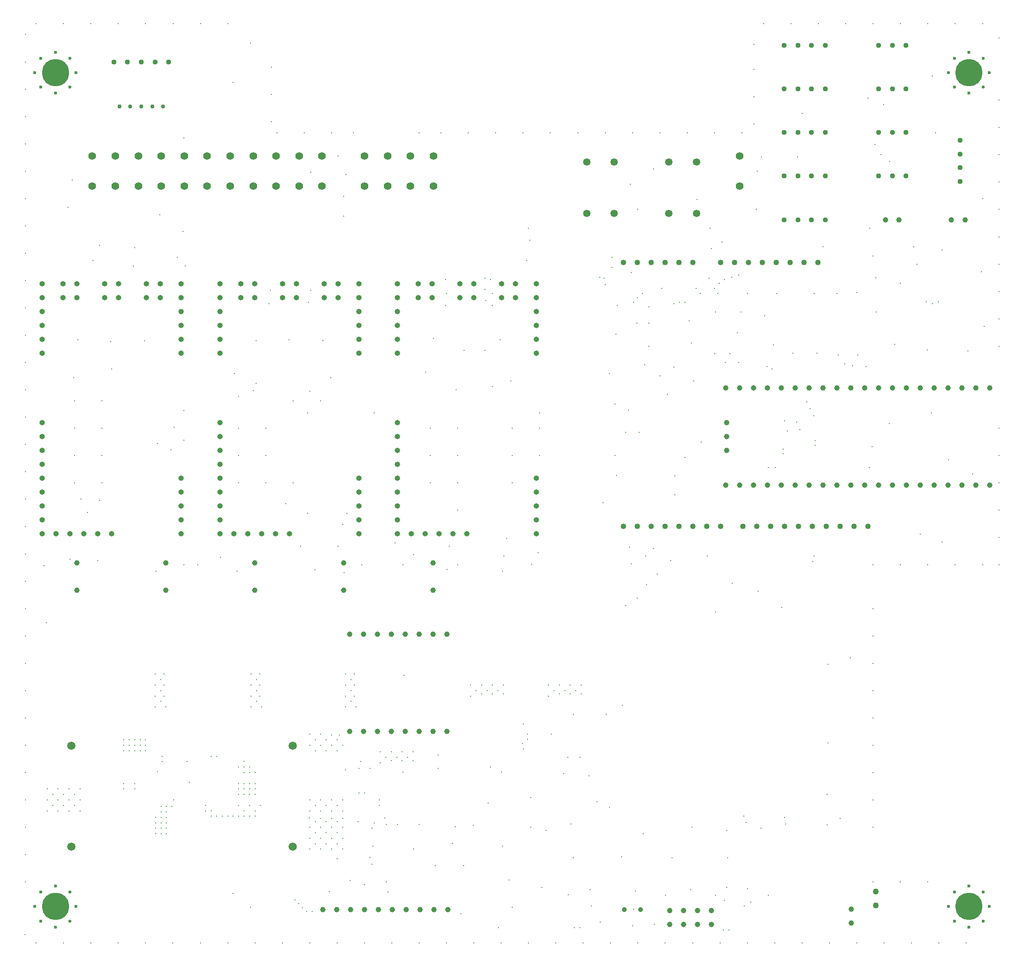
<source format=gbr>
%TF.GenerationSoftware,KiCad,Pcbnew,6.0.11+dfsg-1~bpo11+1*%
%TF.CreationDate,2023-04-27T19:59:20+00:00*%
%TF.ProjectId,OpenMowerMainboard,4f70656e-4d6f-4776-9572-4d61696e626f,rev?*%
%TF.SameCoordinates,Original*%
%TF.FileFunction,Plated,1,2,PTH,Mixed*%
%TF.FilePolarity,Positive*%
%FSLAX46Y46*%
G04 Gerber Fmt 4.6, Leading zero omitted, Abs format (unit mm)*
G04 Created by KiCad (PCBNEW 6.0.11+dfsg-1~bpo11+1) date 2023-04-27 19:59:20*
%MOMM*%
%LPD*%
G01*
G04 APERTURE LIST*
%TA.AperFunction,ViaDrill*%
%ADD10C,0.300000*%
%TD*%
%TA.AperFunction,ComponentDrill*%
%ADD11C,0.600000*%
%TD*%
%TA.AperFunction,ComponentDrill*%
%ADD12C,0.750000*%
%TD*%
%TA.AperFunction,ComponentDrill*%
%ADD13C,0.900000*%
%TD*%
%TA.AperFunction,ComponentDrill*%
%ADD14C,0.950000*%
%TD*%
G04 aperture for slot hole*
%TA.AperFunction,ComponentDrill*%
%ADD15O,1.000000X1.000000*%
%TD*%
%TA.AperFunction,ComponentDrill*%
%ADD16C,1.000000*%
%TD*%
%TA.AperFunction,ComponentDrill*%
%ADD17C,1.016000*%
%TD*%
%TA.AperFunction,ComponentDrill*%
%ADD18C,1.100023*%
%TD*%
%TA.AperFunction,ComponentDrill*%
%ADD19C,1.350000*%
%TD*%
%TA.AperFunction,ComponentDrill*%
%ADD20C,1.400000*%
%TD*%
%TA.AperFunction,ComponentDrill*%
%ADD21C,1.500000*%
%TD*%
%TA.AperFunction,ComponentDrill*%
%ADD22C,5.000000*%
%TD*%
G04 APERTURE END LIST*
D10*
X20984129Y-187598534D03*
X20990822Y-22999444D03*
X20990822Y-27999444D03*
X20990822Y-32999444D03*
X20990822Y-37999444D03*
X20990822Y-42999444D03*
X20990822Y-47999444D03*
X20990822Y-52999444D03*
X20990822Y-57999444D03*
X20990822Y-62999444D03*
X20990822Y-67999444D03*
X20990822Y-72999444D03*
X20990822Y-77999444D03*
X20990822Y-82999444D03*
X20990822Y-87999444D03*
X20990822Y-92999444D03*
X20990822Y-97999444D03*
X20990822Y-102999444D03*
X20990822Y-107999444D03*
X20990822Y-112999444D03*
X20990822Y-117999444D03*
X20990822Y-122999444D03*
X20990822Y-127999444D03*
X20990822Y-132999444D03*
X20990822Y-137999444D03*
X20990822Y-142999444D03*
X20990822Y-147999444D03*
X20990822Y-152999444D03*
X20990822Y-157999444D03*
X20990822Y-162999444D03*
X20990822Y-167999444D03*
X20990822Y-172999444D03*
X20990822Y-177999444D03*
X22997832Y-189198418D03*
X23000000Y-21000000D03*
X24384000Y-120142000D03*
X24800000Y-130600000D03*
X25000000Y-161000000D03*
X25000000Y-163000000D03*
X25000000Y-165000000D03*
X26000000Y-162000000D03*
X26000000Y-164000000D03*
X27000000Y-161000000D03*
X27000000Y-163000000D03*
X27000000Y-165000000D03*
X27997832Y-189198418D03*
X28000000Y-21000000D03*
X28000000Y-162000000D03*
X28000000Y-164000000D03*
X28800000Y-54600000D03*
X29000000Y-161000000D03*
X29000000Y-163000000D03*
X29000000Y-165000000D03*
X29200000Y-119000000D03*
X29600000Y-49600000D03*
X29800000Y-85800000D03*
X30000000Y-90000000D03*
X30000000Y-95000000D03*
X30000000Y-100000000D03*
X30000000Y-105000000D03*
X30000000Y-162000000D03*
X30000000Y-164000000D03*
X30600000Y-78800000D03*
X31000000Y-161000000D03*
X31000000Y-163000000D03*
X31000000Y-165000000D03*
X31200000Y-108000000D03*
X32400000Y-110400000D03*
X32997832Y-189198418D03*
X33000000Y-21000000D03*
X33400000Y-64400000D03*
X34200000Y-119200000D03*
X34600000Y-61600000D03*
X34600000Y-108200000D03*
X35000000Y-90000000D03*
X35000000Y-95000000D03*
X35000000Y-100000000D03*
X35000000Y-105000000D03*
X36600000Y-79200000D03*
X36800000Y-84200000D03*
X37997832Y-189198418D03*
X38000000Y-21000000D03*
X39000000Y-152000000D03*
X39000000Y-153000000D03*
X39000000Y-154000000D03*
X39000000Y-160000000D03*
X39000000Y-161000000D03*
X40000000Y-152000000D03*
X40000000Y-153000000D03*
X40000000Y-154000000D03*
X40800000Y-65400000D03*
X41000000Y-62000000D03*
X41000000Y-152000000D03*
X41000000Y-153000000D03*
X41000000Y-154000000D03*
X41000000Y-160000000D03*
X41000000Y-161000000D03*
X42000000Y-152000000D03*
X42000000Y-153000000D03*
X42000000Y-154000000D03*
X42800000Y-79000000D03*
X42997832Y-189198418D03*
X43000000Y-21000000D03*
X43000000Y-152000000D03*
X43000000Y-153000000D03*
X43000000Y-154000000D03*
X44720000Y-140002000D03*
X44720000Y-142002000D03*
X44720000Y-144002000D03*
X44720000Y-146002000D03*
X44800000Y-166200000D03*
X44800000Y-167200000D03*
X44800000Y-168200000D03*
X44800000Y-169200000D03*
X44945500Y-121200000D03*
X45200000Y-97800000D03*
X45200000Y-157800000D03*
X45600000Y-56000000D03*
X45720000Y-141002000D03*
X45720000Y-143002000D03*
X45720000Y-145002000D03*
X45800000Y-164200000D03*
X45800000Y-165200000D03*
X45800000Y-166200000D03*
X45800000Y-167200000D03*
X45800000Y-168200000D03*
X45800000Y-169200000D03*
X46000000Y-155000000D03*
X46000000Y-156000000D03*
X46338000Y-140002000D03*
X46338000Y-142002000D03*
X46338000Y-144002000D03*
X46720000Y-146002000D03*
X46800000Y-164200000D03*
X46800000Y-165200000D03*
X46800000Y-166200000D03*
X46800000Y-167200000D03*
X46800000Y-168200000D03*
X46800000Y-169200000D03*
X47600000Y-99000000D03*
X47800000Y-164200000D03*
X47997832Y-189198418D03*
X48000000Y-21000000D03*
X48100000Y-163000000D03*
X48200000Y-94800000D03*
X48800000Y-63800000D03*
X49800000Y-59000000D03*
X50000000Y-41910000D03*
X50000000Y-91800000D03*
X50000000Y-97200000D03*
X50000000Y-120000000D03*
X50200000Y-65400000D03*
X50600000Y-156000000D03*
X51000000Y-159800000D03*
X52500000Y-120000000D03*
X52997832Y-189198418D03*
X53000000Y-21000000D03*
X54000000Y-164000000D03*
X54000000Y-165000000D03*
X55000000Y-155000000D03*
X55000000Y-165000000D03*
X55000000Y-166000000D03*
X56000000Y-155000000D03*
X56000000Y-166000000D03*
X56642000Y-118618000D03*
X57000000Y-166000000D03*
X57997832Y-189198418D03*
X58000000Y-21000000D03*
X58000000Y-166000000D03*
X58928000Y-31750000D03*
X58928000Y-180086000D03*
X59000000Y-166000000D03*
X59200000Y-85000000D03*
X59690000Y-121158000D03*
X60000000Y-89199010D03*
X60000000Y-95000000D03*
X60000000Y-100000000D03*
X60000000Y-105000000D03*
X60000000Y-157000000D03*
X60000000Y-160000000D03*
X60000000Y-161000000D03*
X60000000Y-162000000D03*
X60000000Y-164000000D03*
X60000000Y-166000000D03*
X61000000Y-156000000D03*
X61000000Y-157000000D03*
X61000000Y-158000000D03*
X61000000Y-160000000D03*
X61000000Y-161000000D03*
X61000000Y-162000000D03*
X61000000Y-165000000D03*
X61000000Y-166000000D03*
X62000000Y-157000000D03*
X62000000Y-158000000D03*
X62000000Y-160000000D03*
X62000000Y-161000000D03*
X62000000Y-162000000D03*
X62000000Y-164000000D03*
X62000000Y-166000000D03*
X62200000Y-24600000D03*
X62200000Y-182600000D03*
X62246000Y-140002000D03*
X62246000Y-142002000D03*
X62246000Y-144002000D03*
X62246000Y-146002000D03*
X62660156Y-88187667D03*
X62997832Y-189198418D03*
X63000000Y-158000000D03*
X63000000Y-160000000D03*
X63000000Y-161000000D03*
X63000000Y-162000000D03*
X63000000Y-165000000D03*
X63000000Y-166000000D03*
X63200000Y-79000000D03*
X63200000Y-86800000D03*
X63246000Y-141002000D03*
X63246000Y-143002000D03*
X63246000Y-145002000D03*
X63864000Y-140002000D03*
X63864000Y-142002000D03*
X63864000Y-144002000D03*
X64000000Y-164000000D03*
X64246000Y-146002000D03*
X65000000Y-95000000D03*
X65000000Y-100000000D03*
X65000000Y-105000000D03*
X65600000Y-72200000D03*
X65800000Y-69800000D03*
X65991231Y-28997250D03*
X65991231Y-33997250D03*
X65991231Y-38997250D03*
X67000000Y-41000000D03*
X67997832Y-189198418D03*
X68600000Y-108800000D03*
X69200000Y-78800000D03*
X70000000Y-90000000D03*
X70000000Y-105000000D03*
X70300000Y-181300000D03*
X71000000Y-182000000D03*
X71302823Y-116640000D03*
X71700000Y-182700000D03*
X72000000Y-41000000D03*
X72400000Y-183400000D03*
X72600000Y-92200000D03*
X72600000Y-110600000D03*
X72800000Y-72000000D03*
X72943657Y-166304301D03*
X72997832Y-189198418D03*
X73000000Y-88200000D03*
X73000000Y-151000000D03*
X73000000Y-153000000D03*
X73000000Y-163000000D03*
X73000000Y-165000000D03*
X73000000Y-168000000D03*
X73000000Y-170000000D03*
X73000000Y-172000000D03*
X73200000Y-48200000D03*
X73200000Y-69800000D03*
X73400000Y-183400000D03*
X73914000Y-120904000D03*
X74000000Y-152000000D03*
X74000000Y-154000000D03*
X74000000Y-164000000D03*
X74000000Y-167000000D03*
X74000000Y-169000000D03*
X74000000Y-171000000D03*
X75000000Y-90000000D03*
X75000000Y-151000000D03*
X75000000Y-153000000D03*
X75000000Y-163000000D03*
X75000000Y-165000000D03*
X75000000Y-166349500D03*
X75000000Y-168000000D03*
X75000000Y-170000000D03*
X75000000Y-172000000D03*
X75400000Y-79000000D03*
X76000000Y-152000000D03*
X76000000Y-154000000D03*
X76000000Y-164000000D03*
X76000000Y-167000000D03*
X76000000Y-169000000D03*
X76000000Y-171000000D03*
X76600000Y-179800000D03*
X76800000Y-85800000D03*
X77000000Y-41000000D03*
X77000000Y-151144500D03*
X77000000Y-153000000D03*
X77000000Y-163000000D03*
X77000000Y-165000000D03*
X77000000Y-166349500D03*
X77000000Y-168000000D03*
X77000000Y-170000000D03*
X77000000Y-172000000D03*
X77997832Y-189198418D03*
X78000000Y-152000000D03*
X78000000Y-154000000D03*
X78000000Y-164000000D03*
X78000000Y-167000000D03*
X78000000Y-169000000D03*
X78000000Y-171000000D03*
X78000000Y-173750000D03*
X78172000Y-116639998D03*
X78200000Y-45200000D03*
X78435200Y-151144500D03*
X79000000Y-112600000D03*
X79000000Y-153000000D03*
X79000000Y-163000000D03*
X79000000Y-165000000D03*
X79000000Y-166349500D03*
X79000000Y-168000000D03*
X79000000Y-170000000D03*
X79000000Y-172000000D03*
X79200000Y-52600000D03*
X79200000Y-56200000D03*
X79248000Y-121412000D03*
X79500000Y-157500000D03*
X79518000Y-140002000D03*
X79518000Y-142002000D03*
X79518000Y-144002000D03*
X79518000Y-146002000D03*
X79600000Y-48600000D03*
X79800000Y-110600000D03*
X80375700Y-177752000D03*
X80518000Y-141002000D03*
X80518000Y-143002000D03*
X80518000Y-145002000D03*
X81000000Y-41000000D03*
X81136000Y-140002000D03*
X81136000Y-142002000D03*
X81136000Y-144002000D03*
X81518000Y-146002000D03*
X81850500Y-167000000D03*
X82000000Y-157250000D03*
X82000000Y-161750000D03*
X82350500Y-156000000D03*
X82500000Y-120000000D03*
X82997832Y-189198418D03*
X83000000Y-161749500D03*
X83000000Y-178500000D03*
X84000000Y-157250000D03*
X84000000Y-173500000D03*
X84324750Y-168175250D03*
X84359200Y-174752000D03*
X84500000Y-171500000D03*
X84750000Y-167250000D03*
X84800000Y-92200000D03*
X85750000Y-163000000D03*
X85750000Y-164000000D03*
X85897200Y-154185600D03*
X85897200Y-156185600D03*
X86709266Y-166290734D03*
X86897200Y-155185600D03*
X87000000Y-167500000D03*
X87000000Y-178000000D03*
X87325200Y-179882800D03*
X87897200Y-154185600D03*
X87897200Y-155803600D03*
X87997832Y-189198418D03*
X88595200Y-115976400D03*
X88897200Y-155185600D03*
X89000000Y-167500000D03*
X89897200Y-154185600D03*
X89897200Y-155803600D03*
X89999500Y-157901997D03*
X90000000Y-120000000D03*
X90170000Y-140208000D03*
X90897200Y-155185600D03*
X91897200Y-154185600D03*
X91897200Y-155803600D03*
X91948000Y-118110000D03*
X92000000Y-172000000D03*
X92997832Y-189198418D03*
X93000000Y-41000000D03*
X93000000Y-167500000D03*
X94200000Y-84800000D03*
X95000000Y-95000000D03*
X95000000Y-100000000D03*
X95000000Y-105000000D03*
X95600000Y-78600000D03*
X96000000Y-175000000D03*
X96451023Y-157251023D03*
X96457182Y-154817000D03*
X97000000Y-41000000D03*
X97786139Y-67813861D03*
X97800000Y-72600000D03*
X97997832Y-189198418D03*
X98000000Y-70400000D03*
X98094800Y-120853200D03*
X98501200Y-116639998D03*
X99060000Y-170942000D03*
X99568000Y-167894000D03*
X99800000Y-88000000D03*
X100000000Y-95000000D03*
X100000000Y-100000000D03*
X100000000Y-105000000D03*
X100000000Y-110000000D03*
X100000000Y-120000000D03*
X100634800Y-183794400D03*
X101092000Y-175006000D03*
X101200000Y-80800000D03*
X102000000Y-41000000D03*
X102410000Y-142002000D03*
X102410000Y-144002000D03*
X102870000Y-167640000D03*
X102997832Y-189198418D03*
X103410000Y-143002000D03*
X104410000Y-142002000D03*
X104410000Y-143620000D03*
X105000000Y-67600000D03*
X105000000Y-69600000D03*
X105000000Y-80800000D03*
X105200000Y-71600000D03*
X105410000Y-143002000D03*
X105600000Y-163600000D03*
X106000000Y-67800000D03*
X106000000Y-157000000D03*
X106400000Y-70400000D03*
X106400000Y-72600000D03*
X106400000Y-87400000D03*
X106410000Y-142002000D03*
X106410000Y-143620000D03*
X107000000Y-41000000D03*
X107410000Y-143002000D03*
X107442002Y-186400000D03*
X107800000Y-78800000D03*
X107997832Y-189198418D03*
X108074287Y-157946730D03*
X108204000Y-121158000D03*
X108204000Y-171450000D03*
X108410000Y-142002000D03*
X108410000Y-143620000D03*
X108458000Y-118364000D03*
X109000000Y-115200000D03*
X109423911Y-177623911D03*
X109800000Y-86400000D03*
X110000000Y-95000000D03*
X110000000Y-100000000D03*
X110000000Y-105000000D03*
X110000000Y-182600000D03*
X111874500Y-152654000D03*
X112000000Y-41000000D03*
X112014000Y-149098000D03*
X112014000Y-153670000D03*
X112600000Y-64400000D03*
X112776000Y-150973468D03*
X112776000Y-151892000D03*
X112997832Y-189198418D03*
X113000500Y-58400000D03*
X113200000Y-60600000D03*
X113371378Y-162572500D03*
X113400000Y-168000000D03*
X113538000Y-119888000D03*
X114800000Y-117800000D03*
X115000000Y-92200000D03*
X115000000Y-95000000D03*
X115000000Y-100000000D03*
X115400000Y-179000000D03*
X116200000Y-168600000D03*
X116634000Y-142002000D03*
X116634000Y-144002000D03*
X117000000Y-41000000D03*
X117094000Y-150977600D03*
X117634000Y-143002000D03*
X117997832Y-189198418D03*
X118634000Y-142002000D03*
X118634000Y-143620000D03*
X119400000Y-158200000D03*
X119634000Y-143002000D03*
X120203199Y-155203199D03*
X120294400Y-180390800D03*
X120634000Y-142002000D03*
X120634000Y-143620000D03*
X120800000Y-167400000D03*
X121158000Y-147320000D03*
X121200000Y-173600000D03*
X121400000Y-186400000D03*
X121634000Y-143002000D03*
X122000000Y-41000000D03*
X122368001Y-155203199D03*
X122400000Y-186400000D03*
X122634000Y-142002000D03*
X122634000Y-143620000D03*
X122997832Y-189198418D03*
X124100000Y-158600000D03*
X124206000Y-179400000D03*
X124460000Y-182372000D03*
X125508000Y-163322000D03*
X126000000Y-67400000D03*
X126136400Y-185318400D03*
X126600000Y-108600000D03*
X126800000Y-67600000D03*
X126999501Y-68799501D03*
X127000000Y-41000000D03*
X127203200Y-147370800D03*
X127783000Y-164317000D03*
X127800000Y-85000000D03*
X127997832Y-189198418D03*
X128200000Y-63800000D03*
X128230814Y-65600000D03*
X128800000Y-90600000D03*
X128800000Y-100000000D03*
X129000000Y-77800000D03*
X129100000Y-103687184D03*
X129200000Y-72600000D03*
X129962411Y-173437589D03*
X130149600Y-145745200D03*
X130726256Y-127435927D03*
X130801000Y-95749000D03*
X131300000Y-91700000D03*
X131409500Y-116800000D03*
X131600000Y-50400000D03*
X131800000Y-66600000D03*
X131800000Y-119800000D03*
X132000000Y-41000000D03*
X132000000Y-186000000D03*
X132200000Y-72000000D03*
X132200000Y-183000000D03*
X132534575Y-179645300D03*
X132800000Y-75800000D03*
X132842000Y-126085600D03*
X132875500Y-71163365D03*
X132997832Y-189198418D03*
X133000000Y-55000000D03*
X133200000Y-95800000D03*
X133800000Y-70400000D03*
X134000000Y-169198003D03*
X134200000Y-83400000D03*
X134400000Y-118400000D03*
X134580359Y-123611569D03*
X135000000Y-72800000D03*
X135000000Y-75800000D03*
X135000000Y-80000000D03*
X135800000Y-47600000D03*
X135800000Y-117000000D03*
X136000000Y-185800000D03*
X136480966Y-121681216D03*
X137000000Y-41000000D03*
X137000000Y-85400000D03*
X137400000Y-69400000D03*
X137997832Y-189198418D03*
X138000000Y-180400000D03*
X138400000Y-88800000D03*
X139000000Y-119200000D03*
X139200000Y-173600000D03*
X139600000Y-72200000D03*
X139600000Y-83800000D03*
X139700000Y-103700000D03*
X139735500Y-107204011D03*
X140600000Y-72000000D03*
X141600000Y-72000000D03*
X141605000Y-100330000D03*
X142000000Y-41000000D03*
X142400000Y-75400000D03*
X142600000Y-179400000D03*
X142800000Y-79400000D03*
X142875000Y-168021000D03*
X142997832Y-189198418D03*
X143200000Y-86400000D03*
X143600000Y-69400000D03*
X143800000Y-53200000D03*
X144400000Y-70400000D03*
X144595123Y-97550967D03*
X145669003Y-118350990D03*
X146000000Y-67600000D03*
X146200000Y-58400000D03*
X146400000Y-62200000D03*
X147000000Y-41000000D03*
X147000000Y-69400000D03*
X147000000Y-81400000D03*
X147200000Y-73800000D03*
X147200000Y-128600000D03*
X147200000Y-180400000D03*
X147600000Y-70400000D03*
X147850500Y-68518023D03*
X147997832Y-189198418D03*
X148400000Y-61000000D03*
X148598058Y-186800208D03*
X148800000Y-67800000D03*
X148800000Y-181400000D03*
X149000000Y-82999500D03*
X149200000Y-168600000D03*
X149200000Y-179000000D03*
X149400000Y-173600000D03*
X149600000Y-186800000D03*
X149800000Y-81400000D03*
X150176089Y-67376089D03*
X150200000Y-123400000D03*
X151200000Y-77600000D03*
X151400000Y-67000000D03*
X151400000Y-82999500D03*
X151800000Y-73800000D03*
X152000000Y-41000000D03*
X152349200Y-165949500D03*
X152400000Y-182400000D03*
X152806400Y-167182800D03*
X152997832Y-189198418D03*
X153000000Y-70358000D03*
X153060400Y-179222400D03*
X153600000Y-181711600D03*
X154200000Y-24800000D03*
X154200000Y-29400000D03*
X154200000Y-34400000D03*
X154200000Y-39400000D03*
X154600000Y-55000000D03*
X154800000Y-48000000D03*
X155000000Y-124800000D03*
X155448002Y-168200000D03*
X155600000Y-45400000D03*
X156000000Y-21000000D03*
X156200000Y-74400000D03*
X156600000Y-83784500D03*
X156800000Y-180400000D03*
X156845000Y-102235000D03*
X157480000Y-84200000D03*
X157800000Y-79800000D03*
X157997832Y-189198418D03*
X158115000Y-102235000D03*
X158400000Y-70400000D03*
X159300000Y-127800000D03*
X159530752Y-98853826D03*
X159537400Y-99695000D03*
X159800000Y-166200000D03*
X159837755Y-93616223D03*
X160000000Y-167400000D03*
X160274000Y-95504000D03*
X161000000Y-21000000D03*
X161290000Y-81280000D03*
X162031411Y-93873589D03*
X162200000Y-45400000D03*
X162560000Y-95250000D03*
X162997832Y-189198418D03*
X163000000Y-37400000D03*
X163830000Y-90170000D03*
X164465000Y-91440000D03*
X165000000Y-119400000D03*
X165100000Y-92710000D03*
X165200000Y-70400000D03*
X165200000Y-118400000D03*
X165354000Y-97332800D03*
X165354000Y-98145600D03*
X165735000Y-81280000D03*
X166000000Y-21000000D03*
X166800000Y-61800000D03*
X167600000Y-162000000D03*
X167600000Y-167600000D03*
X167800000Y-138200000D03*
X167800000Y-152600000D03*
X167997832Y-189198418D03*
X169400000Y-70400000D03*
X169600000Y-81600000D03*
X170000000Y-166400000D03*
X170815000Y-83200000D03*
X171000000Y-21000000D03*
X171800000Y-137000000D03*
X172212000Y-83566000D03*
X172997832Y-189198418D03*
X173000000Y-70200000D03*
X173200000Y-81600000D03*
X174701200Y-83769200D03*
X175000000Y-34600000D03*
X175260000Y-102235000D03*
X175400000Y-58400000D03*
X175840622Y-98412800D03*
X176000000Y-21000000D03*
X176000000Y-63500000D03*
X176000000Y-120000000D03*
X176000000Y-128000000D03*
X176000000Y-133000000D03*
X176000000Y-138000000D03*
X176000000Y-143000000D03*
X176000000Y-148000000D03*
X176000000Y-153000000D03*
X176000000Y-158000000D03*
X176000000Y-163000000D03*
X176000000Y-168000000D03*
X176000000Y-178000000D03*
X176300000Y-43100000D03*
X176500000Y-67500000D03*
X176600000Y-73800000D03*
X177400000Y-45000000D03*
X177900000Y-35800000D03*
X177997832Y-189198418D03*
X178943235Y-94143235D03*
X179000000Y-46200000D03*
X179920000Y-79720000D03*
X181000000Y-21000000D03*
X181000000Y-68500000D03*
X181000000Y-120000000D03*
X181000000Y-178000000D03*
X182997832Y-189198418D03*
X183400000Y-61800000D03*
X184000000Y-65000000D03*
X184600000Y-114400000D03*
X185720000Y-71920000D03*
X185920000Y-80720000D03*
X186000000Y-21000000D03*
X186000000Y-120000000D03*
X186000000Y-178000000D03*
X186600000Y-92200000D03*
X186800000Y-30600000D03*
X186800000Y-72200000D03*
X187400000Y-41000000D03*
X187920000Y-71920000D03*
X187997832Y-189198418D03*
X188600000Y-62400000D03*
X188600000Y-115800000D03*
X189800000Y-100800000D03*
X191000000Y-21000000D03*
X191000000Y-120000000D03*
X192997832Y-189198418D03*
X193320000Y-80870500D03*
X194200000Y-103400000D03*
X195800000Y-66400000D03*
X196000000Y-21000000D03*
X196000000Y-53000000D03*
X196000000Y-120000000D03*
X196320000Y-76400000D03*
X199000000Y-23600000D03*
X199000000Y-35000000D03*
X199000000Y-40000000D03*
X199000000Y-45000000D03*
X199000000Y-50000000D03*
X199000000Y-55000000D03*
X199000000Y-60000000D03*
X199000000Y-65000000D03*
X199000000Y-70000000D03*
X199000000Y-75000000D03*
X199000000Y-80000000D03*
X199000000Y-95000000D03*
X199000000Y-100000000D03*
X199000000Y-105000000D03*
X199000000Y-110000000D03*
X199000000Y-115000000D03*
X199000000Y-120000000D03*
D11*
%TO.C,H1*%
X22750000Y-30000000D03*
%TO.C,H2*%
X22750000Y-182500000D03*
%TO.C,H1*%
X23848350Y-27348350D03*
X23848350Y-32651650D03*
%TO.C,H2*%
X23848350Y-179848350D03*
X23848350Y-185151650D03*
%TO.C,H1*%
X26500000Y-26250000D03*
X26500000Y-33750000D03*
%TO.C,H2*%
X26500000Y-178750000D03*
X26500000Y-186250000D03*
%TO.C,H1*%
X29151650Y-27348350D03*
X29151650Y-32651650D03*
%TO.C,H2*%
X29151650Y-179848350D03*
X29151650Y-185151650D03*
%TO.C,H1*%
X30250000Y-30000000D03*
%TO.C,H2*%
X30250000Y-182500000D03*
%TO.C,H3*%
X189750000Y-30000000D03*
%TO.C,H4*%
X189750000Y-182500000D03*
%TO.C,H3*%
X190848350Y-27348350D03*
X190848350Y-32651650D03*
%TO.C,H4*%
X190848350Y-179848350D03*
X190848350Y-185151650D03*
%TO.C,H3*%
X193500000Y-26250000D03*
X193500000Y-33750000D03*
%TO.C,H4*%
X193500000Y-178750000D03*
X193500000Y-186250000D03*
%TO.C,H3*%
X196151650Y-27348350D03*
X196151650Y-32651650D03*
%TO.C,H4*%
X196151650Y-179848350D03*
X196151650Y-185151650D03*
%TO.C,H3*%
X197250000Y-30000000D03*
%TO.C,H4*%
X197250000Y-182500000D03*
D12*
%TO.C,J10*%
X38196000Y-36195000D03*
X40196000Y-36195000D03*
X42196000Y-36195000D03*
X44196000Y-36195000D03*
X46196000Y-36195000D03*
D13*
%TO.C,SW1*%
X130500000Y-183097500D03*
X133500000Y-183097500D03*
D14*
%TO.C,J4*%
X37200000Y-28000000D03*
X39700000Y-28000000D03*
X42200000Y-28000000D03*
X44700000Y-28000000D03*
X47200000Y-28000000D03*
%TO.C,J5*%
X159750000Y-25000000D03*
%TO.C,J6*%
X159750000Y-32967500D03*
%TO.C,J7*%
X159750000Y-40935000D03*
%TO.C,J8*%
X159750000Y-48902500D03*
%TO.C,J9*%
X159750000Y-56870000D03*
%TO.C,J5*%
X162250000Y-25000000D03*
%TO.C,J6*%
X162250000Y-32967500D03*
%TO.C,J7*%
X162250000Y-40935000D03*
%TO.C,J8*%
X162250000Y-48902500D03*
%TO.C,J9*%
X162250000Y-56870000D03*
%TO.C,J5*%
X164750000Y-25000000D03*
%TO.C,J6*%
X164750000Y-32967500D03*
%TO.C,J7*%
X164750000Y-40935000D03*
%TO.C,J8*%
X164750000Y-48902500D03*
%TO.C,J9*%
X164750000Y-56870000D03*
%TO.C,J5*%
X167250000Y-25000000D03*
%TO.C,J6*%
X167250000Y-32967500D03*
%TO.C,J7*%
X167250000Y-40935000D03*
%TO.C,J8*%
X167250000Y-48902500D03*
%TO.C,J9*%
X167250000Y-56870000D03*
%TO.C,J11*%
X177000000Y-25000000D03*
%TO.C,J12*%
X177000000Y-32967500D03*
%TO.C,J13*%
X177000000Y-40935000D03*
%TO.C,J14*%
X177000000Y-48902500D03*
%TO.C,J11*%
X179500000Y-25000000D03*
%TO.C,J12*%
X179500000Y-32967500D03*
%TO.C,J13*%
X179500000Y-40935000D03*
%TO.C,J14*%
X179500000Y-48902500D03*
%TO.C,J11*%
X182000000Y-25000000D03*
%TO.C,J12*%
X182000000Y-32967500D03*
%TO.C,J13*%
X182000000Y-40935000D03*
%TO.C,J14*%
X182000000Y-48902500D03*
%TO.C,J19*%
X191870000Y-42352500D03*
X191870000Y-44852500D03*
X191870000Y-47352500D03*
X191870000Y-49852500D03*
D15*
%TO.C,U4*%
X24060000Y-68595000D03*
X24060000Y-71135000D03*
X24060000Y-73675000D03*
X24060000Y-76215000D03*
X24060000Y-78755000D03*
X24060000Y-81295000D03*
X24060000Y-93995000D03*
X24060000Y-96535000D03*
X24060000Y-99075000D03*
X24060000Y-101615000D03*
X24060000Y-104155000D03*
X24060000Y-106695000D03*
X24060000Y-109235000D03*
X24060000Y-111775000D03*
X24060000Y-114315000D03*
X26600000Y-114315000D03*
X27870000Y-68595000D03*
X27870000Y-71135000D03*
X29140000Y-114315000D03*
X30410000Y-68595000D03*
X30410000Y-71135000D03*
D16*
%TO.C,C2*%
X30428020Y-119612400D03*
X30428020Y-124612400D03*
D15*
%TO.C,U4*%
X31680000Y-114315000D03*
X34220000Y-114315000D03*
X35490000Y-68595000D03*
X35490000Y-71135000D03*
X36760000Y-114315000D03*
X38030000Y-68595000D03*
X38030000Y-71135000D03*
X43110000Y-68595000D03*
X43110000Y-71135000D03*
X45650000Y-68595000D03*
X45650000Y-71135000D03*
D16*
%TO.C,C6*%
X46697015Y-119612400D03*
X46697015Y-124612400D03*
D15*
%TO.C,U4*%
X49460000Y-68595000D03*
X49460000Y-71135000D03*
X49460000Y-73675000D03*
X49460000Y-76215000D03*
X49460000Y-78755000D03*
X49460000Y-81295000D03*
X49460000Y-104155000D03*
X49460000Y-106695000D03*
X49460000Y-109235000D03*
X49460000Y-111775000D03*
X49460000Y-114315000D03*
%TO.C,U5*%
X56560000Y-68595000D03*
X56560000Y-71135000D03*
X56560000Y-73675000D03*
X56560000Y-76215000D03*
X56560000Y-78755000D03*
X56560000Y-81295000D03*
X56560000Y-93995000D03*
X56560000Y-96535000D03*
X56560000Y-99075000D03*
X56560000Y-101615000D03*
X56560000Y-104155000D03*
X56560000Y-106695000D03*
X56560000Y-109235000D03*
X56560000Y-111775000D03*
X56560000Y-114315000D03*
X59100000Y-114315000D03*
X60370000Y-68595000D03*
X60370000Y-71135000D03*
X61640000Y-114315000D03*
X62910000Y-68595000D03*
X62910000Y-71135000D03*
D16*
%TO.C,C7*%
X62966010Y-119612400D03*
X62966010Y-124612400D03*
D15*
%TO.C,U5*%
X64180000Y-114315000D03*
X66720000Y-114315000D03*
X67990000Y-68595000D03*
X67990000Y-71135000D03*
X69260000Y-114315000D03*
X70530000Y-68595000D03*
X70530000Y-71135000D03*
D16*
%TO.C,J20*%
X75392200Y-183083200D03*
D15*
%TO.C,U5*%
X75610000Y-68595000D03*
X75610000Y-71135000D03*
D16*
%TO.C,J20*%
X77932200Y-183083200D03*
D15*
%TO.C,U5*%
X78150000Y-68595000D03*
X78150000Y-71135000D03*
D16*
%TO.C,C3*%
X79235005Y-119612400D03*
X79235005Y-124612400D03*
%TO.C,J23*%
X80314800Y-132689600D03*
%TO.C,J16*%
X80314800Y-150469600D03*
%TO.C,J20*%
X80472200Y-183083200D03*
D15*
%TO.C,U5*%
X81960000Y-68595000D03*
X81960000Y-71135000D03*
X81960000Y-73675000D03*
X81960000Y-76215000D03*
X81960000Y-78755000D03*
X81960000Y-81295000D03*
X81960000Y-104155000D03*
X81960000Y-106695000D03*
X81960000Y-109235000D03*
X81960000Y-111775000D03*
X81960000Y-114315000D03*
D16*
%TO.C,J23*%
X82854800Y-132689600D03*
%TO.C,J16*%
X82854800Y-150469600D03*
%TO.C,J20*%
X83012200Y-183083200D03*
%TO.C,J23*%
X85394800Y-132689600D03*
%TO.C,J16*%
X85394800Y-150469600D03*
%TO.C,J20*%
X85552200Y-183083200D03*
%TO.C,J23*%
X87934800Y-132689600D03*
%TO.C,J16*%
X87934800Y-150469600D03*
%TO.C,J20*%
X88092200Y-183083200D03*
D15*
%TO.C,U6*%
X89060000Y-68595000D03*
X89060000Y-71135000D03*
X89060000Y-73675000D03*
X89060000Y-76215000D03*
X89060000Y-78755000D03*
X89060000Y-81295000D03*
X89060000Y-93995000D03*
X89060000Y-96535000D03*
X89060000Y-99075000D03*
X89060000Y-101615000D03*
X89060000Y-104155000D03*
X89060000Y-106695000D03*
X89060000Y-109235000D03*
X89060000Y-111775000D03*
X89060000Y-114315000D03*
D16*
%TO.C,J23*%
X90474800Y-132689600D03*
%TO.C,J16*%
X90474800Y-150469600D03*
%TO.C,J20*%
X90632200Y-183083200D03*
D15*
%TO.C,U6*%
X91600000Y-114315000D03*
X92870000Y-68595000D03*
X92870000Y-71135000D03*
D16*
%TO.C,J23*%
X93014800Y-132689600D03*
%TO.C,J16*%
X93014800Y-150469600D03*
%TO.C,J20*%
X93172200Y-183083200D03*
D15*
%TO.C,U6*%
X94140000Y-114315000D03*
X95410000Y-68595000D03*
X95410000Y-71135000D03*
D16*
%TO.C,C8*%
X95504000Y-119612400D03*
X95504000Y-124612400D03*
%TO.C,J23*%
X95554800Y-132689600D03*
%TO.C,J16*%
X95554800Y-150469600D03*
%TO.C,J20*%
X95712200Y-183083200D03*
D15*
%TO.C,U6*%
X96680000Y-114315000D03*
D16*
%TO.C,J23*%
X98094800Y-132689600D03*
%TO.C,J16*%
X98094800Y-150469600D03*
%TO.C,J20*%
X98252200Y-183083200D03*
D15*
%TO.C,U6*%
X99220000Y-114315000D03*
X100490000Y-68595000D03*
X100490000Y-71135000D03*
X101760000Y-114315000D03*
X103030000Y-68595000D03*
X103030000Y-71135000D03*
X108110000Y-68595000D03*
X108110000Y-71135000D03*
X110650000Y-68595000D03*
X110650000Y-71135000D03*
X114460000Y-68595000D03*
X114460000Y-71135000D03*
X114460000Y-73675000D03*
X114460000Y-76215000D03*
X114460000Y-78755000D03*
X114460000Y-81295000D03*
X114460000Y-104155000D03*
X114460000Y-106695000D03*
X114460000Y-109235000D03*
X114460000Y-111775000D03*
X114460000Y-114315000D03*
D16*
%TO.C,J22*%
X138800000Y-183260000D03*
X138800000Y-185800000D03*
X141340000Y-183260000D03*
X141340000Y-185800000D03*
X143880000Y-183260000D03*
X143880000Y-185800000D03*
X146420000Y-183260000D03*
X146420000Y-185800000D03*
%TO.C,U11*%
X149006544Y-87672104D03*
X149006544Y-105452104D03*
X149236544Y-94022104D03*
X149236544Y-96562104D03*
X149236544Y-99102104D03*
X151546544Y-87672104D03*
X151546544Y-105452104D03*
X154086544Y-87672104D03*
X154086544Y-105452104D03*
X156626544Y-87672104D03*
X156626544Y-105452104D03*
X159166544Y-87672104D03*
X159166544Y-105452104D03*
X161706544Y-87672104D03*
X161706544Y-105452104D03*
X164246544Y-87672104D03*
X164246544Y-105452104D03*
X166786544Y-87672104D03*
X166786544Y-105452104D03*
X169326544Y-87672104D03*
X169326544Y-105452104D03*
X171866544Y-87672104D03*
X171866544Y-105452104D03*
%TO.C,M1*%
X172000000Y-183000000D03*
X172000000Y-185540000D03*
%TO.C,U11*%
X174406544Y-87672104D03*
X174406544Y-105452104D03*
X176946544Y-87672104D03*
X176946544Y-105452104D03*
%TO.C,J17*%
X178250000Y-56870000D03*
%TO.C,U11*%
X179486544Y-87672104D03*
X179486544Y-105452104D03*
%TO.C,J17*%
X180750000Y-56870000D03*
%TO.C,U11*%
X182026544Y-87672104D03*
X182026544Y-105452104D03*
X184566544Y-87672104D03*
X184566544Y-105452104D03*
X187106544Y-87672104D03*
X187106544Y-105452104D03*
X189646544Y-87672104D03*
X189646544Y-105452104D03*
%TO.C,J18*%
X190320000Y-56870000D03*
%TO.C,U11*%
X192186544Y-87672104D03*
X192186544Y-105452104D03*
%TO.C,J18*%
X192820000Y-56870000D03*
%TO.C,U11*%
X194726544Y-87672104D03*
X194726544Y-105452104D03*
X197266544Y-87672104D03*
X197266544Y-105452104D03*
D17*
%TO.C,XA1*%
X130300000Y-64740000D03*
X130300000Y-113000000D03*
X132840000Y-64740000D03*
X132840000Y-113000000D03*
X135380000Y-64740000D03*
X135380000Y-113000000D03*
X137920000Y-64740000D03*
X137920000Y-113000000D03*
X140460000Y-64740000D03*
X140460000Y-113000000D03*
X143000000Y-64740000D03*
X143000000Y-113000000D03*
X145540000Y-113000000D03*
X148080000Y-64740000D03*
X148080000Y-113000000D03*
X150620000Y-64740000D03*
X152144000Y-113000000D03*
X153160000Y-64740000D03*
X154684000Y-113000000D03*
X155700000Y-64740000D03*
X157224000Y-113000000D03*
X158240000Y-64740000D03*
X159764000Y-113000000D03*
X160780000Y-64740000D03*
X162304000Y-113000000D03*
X163320000Y-64740000D03*
X164844000Y-113000000D03*
X165860000Y-64740000D03*
X167384000Y-113000000D03*
X169924000Y-113000000D03*
X172464000Y-113000000D03*
X175004000Y-113000000D03*
D18*
%TO.C,SW2*%
X176479200Y-179730400D03*
X176479200Y-182270400D03*
D19*
%TO.C,F2*%
X123675000Y-46350000D03*
%TO.C,F4*%
X123675000Y-55700000D03*
%TO.C,F2*%
X128675000Y-46350000D03*
%TO.C,F4*%
X128675000Y-55700000D03*
%TO.C,F2*%
X138675000Y-46350000D03*
%TO.C,F4*%
X138675000Y-55700000D03*
%TO.C,F2*%
X143675000Y-46350000D03*
%TO.C,F4*%
X143675000Y-55700000D03*
D20*
%TO.C,J1*%
X33250000Y-45250000D03*
X33250000Y-50750000D03*
X37450000Y-45250000D03*
X37450000Y-50750000D03*
X41650000Y-45250000D03*
X41650000Y-50750000D03*
X45850000Y-45250000D03*
X45850000Y-50750000D03*
X50050000Y-45250000D03*
X50050000Y-50750000D03*
X54250000Y-45250000D03*
X54250000Y-50750000D03*
X58450000Y-45250000D03*
X58450000Y-50750000D03*
X62650000Y-45250000D03*
X62650000Y-50750000D03*
X66850000Y-45250000D03*
X66850000Y-50750000D03*
X71050000Y-45250000D03*
X71050000Y-50750000D03*
X75250000Y-45250000D03*
X75250000Y-50750000D03*
%TO.C,J2*%
X83000000Y-45250000D03*
X83000000Y-50750000D03*
X87200000Y-45250000D03*
X87200000Y-50750000D03*
X91400000Y-45250000D03*
X91400000Y-50750000D03*
X95600000Y-45250000D03*
X95600000Y-50750000D03*
%TO.C,J3*%
X151600000Y-45250000D03*
X151600000Y-50750000D03*
D21*
%TO.C,U1*%
X29450000Y-153124000D03*
X29450000Y-171524000D03*
X69850000Y-153124000D03*
X69850000Y-171524000D03*
D22*
%TO.C,H1*%
X26500000Y-30000000D03*
%TO.C,H2*%
X26500000Y-182500000D03*
%TO.C,H3*%
X193500000Y-30000000D03*
%TO.C,H4*%
X193500000Y-182500000D03*
M02*

</source>
